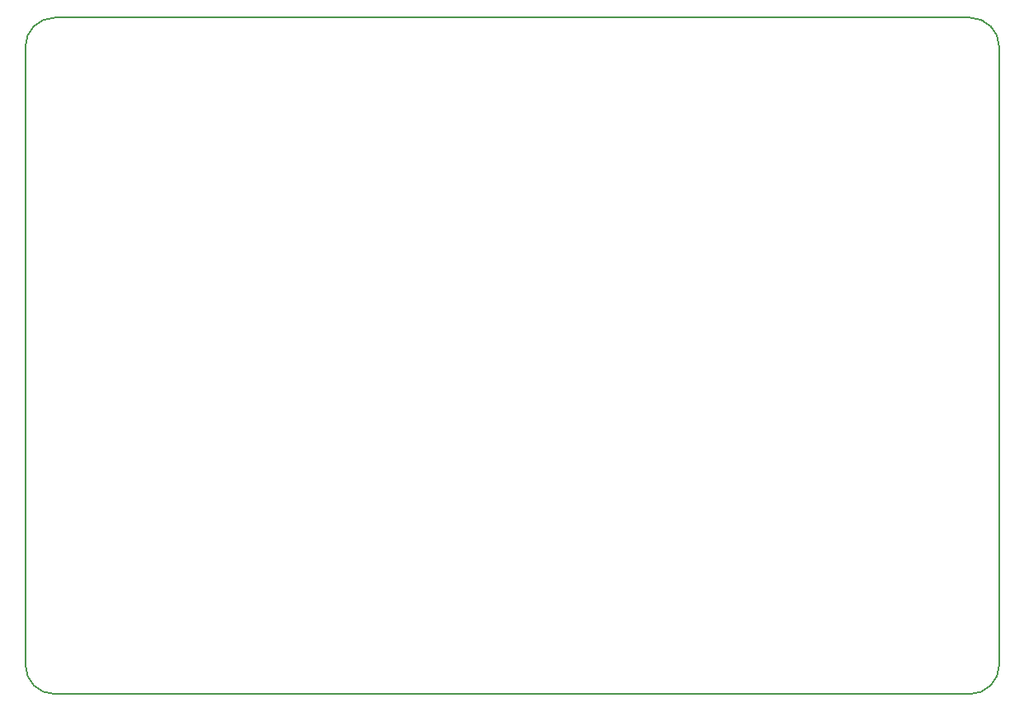
<source format=gbr>
%TF.GenerationSoftware,KiCad,Pcbnew,5.1.10*%
%TF.CreationDate,2021-07-27T11:18:45+02:00*%
%TF.ProjectId,lxbmc,6c78626d-632e-46b6-9963-61645f706362,rev?*%
%TF.SameCoordinates,Original*%
%TF.FileFunction,Glue,Top*%
%TF.FilePolarity,Positive*%
%FSLAX45Y45*%
G04 Gerber Fmt 4.5, Leading zero omitted, Abs format (unit mm)*
G04 Created by KiCad (PCBNEW 5.1.10) date 2021-07-27 11:18:45*
%MOMM*%
%LPD*%
G01*
G04 APERTURE LIST*
%TA.AperFunction,Profile*%
%ADD10C,0.200000*%
%TD*%
G04 APERTURE END LIST*
D10*
X300000Y-6950000D02*
G75*
G02*
X0Y-6650000I0J300000D01*
G01*
X0Y-300000D02*
G75*
G02*
X300000Y0I300000J0D01*
G01*
X10000000Y-6650000D02*
G75*
G02*
X9700000Y-6950000I-300000J0D01*
G01*
X9700000Y0D02*
G75*
G02*
X10000000Y-300000I0J-300000D01*
G01*
X300000Y0D02*
X9700000Y0D01*
X0Y-6650000D02*
X0Y-300000D01*
X10000000Y-300000D02*
X10000000Y-6650000D01*
X9700000Y-6950000D02*
X300000Y-6950000D01*
M02*

</source>
